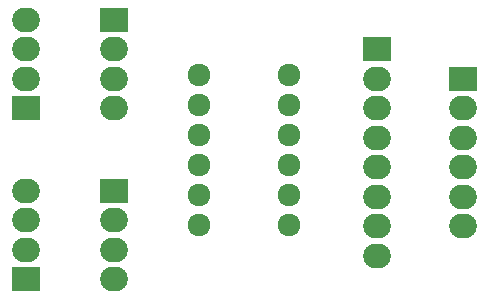
<source format=gbr>
G04 #@! TF.GenerationSoftware,KiCad,Pcbnew,(5.0.0-rc3)*
G04 #@! TF.CreationDate,2018-08-22T01:59:55-07:00*
G04 #@! TF.ProjectId,JIGU MATOME,4A494755204D41544F4D452E6B696361,rev?*
G04 #@! TF.SameCoordinates,Original*
G04 #@! TF.FileFunction,Soldermask,Top*
G04 #@! TF.FilePolarity,Negative*
%FSLAX46Y46*%
G04 Gerber Fmt 4.6, Leading zero omitted, Abs format (unit mm)*
G04 Created by KiCad (PCBNEW (5.0.0-rc3)) date 08/22/18 01:59:55*
%MOMM*%
%LPD*%
G01*
G04 APERTURE LIST*
%ADD10C,1.924000*%
%ADD11O,2.350000X2.100000*%
%ADD12R,2.350000X2.100000*%
G04 APERTURE END LIST*
D10*
G04 #@! TO.C,U1*
X146060000Y-105350000D03*
X146060000Y-102810000D03*
X146060000Y-100270000D03*
X146060000Y-97730000D03*
X146060000Y-95190000D03*
X146060000Y-92650000D03*
X138440000Y-92650000D03*
X138440000Y-95190000D03*
X138440000Y-97730000D03*
X138440000Y-100270000D03*
X138440000Y-102810000D03*
X138440000Y-105350000D03*
G04 #@! TD*
D11*
G04 #@! TO.C,J1*
X123750000Y-88000000D03*
X123750000Y-90500000D03*
X123750000Y-93000000D03*
D12*
X123750000Y-95500000D03*
G04 #@! TD*
D11*
G04 #@! TO.C,J2*
X123750000Y-102500000D03*
X123750000Y-105000000D03*
X123750000Y-107500000D03*
D12*
X123750000Y-110000000D03*
G04 #@! TD*
G04 #@! TO.C,J3*
X131250000Y-88000000D03*
D11*
X131250000Y-90500000D03*
X131250000Y-93000000D03*
X131250000Y-95500000D03*
G04 #@! TD*
D12*
G04 #@! TO.C,J4*
X131250000Y-102500000D03*
D11*
X131250000Y-105000000D03*
X131250000Y-107500000D03*
X131250000Y-110000000D03*
G04 #@! TD*
D12*
G04 #@! TO.C,J5*
X153500000Y-90500000D03*
D11*
X153500000Y-93000000D03*
X153500000Y-95500000D03*
X153500000Y-98000000D03*
X153500000Y-100500000D03*
X153500000Y-103000000D03*
X153500000Y-105500000D03*
X153500000Y-108000000D03*
G04 #@! TD*
D12*
G04 #@! TO.C,J6*
X160750000Y-93000000D03*
D11*
X160750000Y-95500000D03*
X160750000Y-98000000D03*
X160750000Y-100500000D03*
X160750000Y-103000000D03*
X160750000Y-105500000D03*
G04 #@! TD*
M02*

</source>
